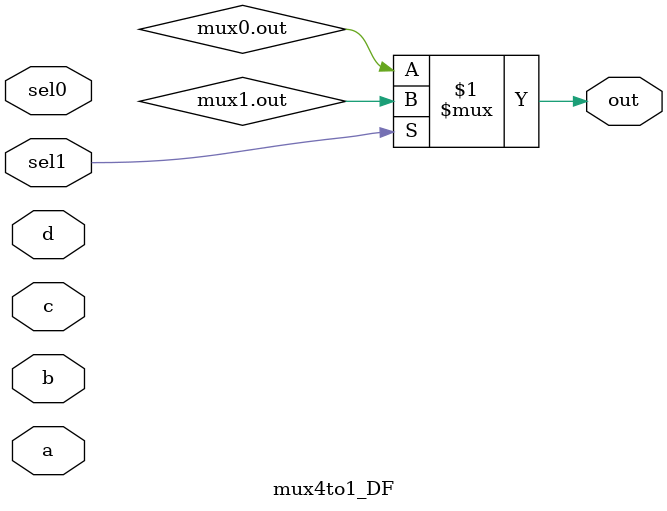
<source format=v>
module mux4to1_DF (
	a,b,c,d,sel1,sel0,
	out);

input a,b,c,d,sel1,sel0;
output out;


mux2to1_BH mux0(.a(a),.b(b),.sel(sel0));
mux2to1_BH mux1(.a(c),.b(d),.sel(sel0));

assign out = sel1 ? mux1.out : mux0.out;

endmodule
</source>
